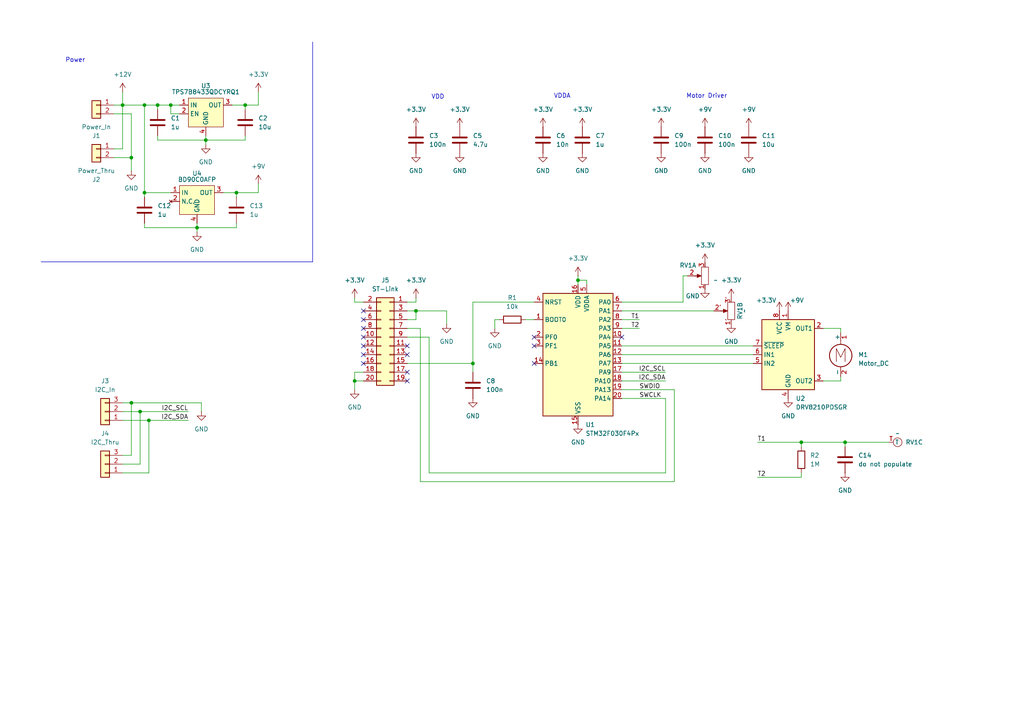
<source format=kicad_sch>
(kicad_sch (version 20231120) (generator "eeschema") (generator_version "8.0")
  (paper "A4")
  (title_block (title "Fader Breakout Board") (date "2024-09-19") (rev "1"))
  (lib_symbols
    (symbol "Connector_Generic:Conn_01x02" (pin_names (offset 1.016) hide)
      (property "Reference" "J" (at 0 2.54 0))
      (property "Value" "Conn_01x02" (at 0 -5.08 0))
      (symbol "Conn_01x02_1_1"
        (rectangle (start -1.27 -2.413) (end 0 -2.667) (stroke (width 0.1524)))
        (rectangle (start -1.27 0.127) (end 0 -0.127) (stroke (width 0.1524)))
        (rectangle (start -1.27 1.27) (end 1.27 -3.81) (stroke (width 0.254)) (fill (type background)))
        (pin passive line (at -5.08 0 0) (length 3.81) (name "Pin_1") (number "1"))
        (pin passive line (at -5.08 -2.54 0) (length 3.81) (name "Pin_2") (number "2"))
      )
    )
    (symbol "Connector_Generic:Conn_01x03" (pin_names (offset 1.016) hide)
      (property "Reference" "J" (at 0 5.08 0))
      (property "Value" "Conn_01x03" (at 0 -5.08 0))
      (symbol "Conn_01x03_1_1"
        (rectangle (start -1.27 -2.413) (end 0 -2.667) (stroke (width 0.1524)))
        (rectangle (start -1.27 0.127) (end 0 -0.127) (stroke (width 0.1524)))
        (rectangle (start -1.27 2.667) (end 0 2.413) (stroke (width 0.1524)))
        (rectangle (start -1.27 3.81) (end 1.27 -3.81) (stroke (width 0.254)) (fill (type background)))
        (pin passive line (at -5.08 2.54 0) (length 3.81) (name "Pin_1") (number "1"))
        (pin passive line (at -5.08 0 0) (length 3.81) (name "Pin_2") (number "2"))
        (pin passive line (at -5.08 -2.54 0) (length 3.81) (name "Pin_3") (number "3"))
      )
    )
    (symbol "Connector_Generic:Conn_02x10_Odd_Even" (pin_names (offset 1.016) hide)
      (property "Reference" "J" (at 1.27 12.7 0))
      (property "Value" "Conn_02x10_Odd_Even" (at 1.27 -15.24 0))
      (symbol "Conn_02x10_Odd_Even_1_1"
        (rectangle (start -1.27 -12.573) (end 0 -12.827) (stroke (width 0.1524)))
        (rectangle (start -1.27 -10.033) (end 0 -10.287) (stroke (width 0.1524)))
        (rectangle (start -1.27 -7.493) (end 0 -7.747) (stroke (width 0.1524)))
        (rectangle (start -1.27 -4.953) (end 0 -5.207) (stroke (width 0.1524)))
        (rectangle (start -1.27 -2.413) (end 0 -2.667) (stroke (width 0.1524)))
        (rectangle (start -1.27 0.127) (end 0 -0.127) (stroke (width 0.1524)))
        (rectangle (start -1.27 2.667) (end 0 2.413) (stroke (width 0.1524)))
        (rectangle (start -1.27 5.207) (end 0 4.953) (stroke (width 0.1524)))
        (rectangle (start -1.27 7.747) (end 0 7.493) (stroke (width 0.1524)))
        (rectangle (start -1.27 10.287) (end 0 10.033) (stroke (width 0.1524)))
        (rectangle (start -1.27 11.43) (end 3.81 -13.97) (stroke (width 0.254)) (fill (type background)))
        (rectangle (start 3.81 -12.573) (end 2.54 -12.827) (stroke (width 0.1524)))
        (rectangle (start 3.81 -10.033) (end 2.54 -10.287) (stroke (width 0.1524)))
        (rectangle (start 3.81 -7.493) (end 2.54 -7.747) (stroke (width 0.1524)))
        (rectangle (start 3.81 -4.953) (end 2.54 -5.207) (stroke (width 0.1524)))
        (rectangle (start 3.81 -2.413) (end 2.54 -2.667) (stroke (width 0.1524)))
        (rectangle (start 3.81 0.127) (end 2.54 -0.127) (stroke (width 0.1524)))
        (rectangle (start 3.81 2.667) (end 2.54 2.413) (stroke (width 0.1524)))
        (rectangle (start 3.81 5.207) (end 2.54 4.953) (stroke (width 0.1524)))
        (rectangle (start 3.81 7.747) (end 2.54 7.493) (stroke (width 0.1524)))
        (rectangle (start 3.81 10.287) (end 2.54 10.033) (stroke (width 0.1524)))
        (pin passive line (at -5.08 10.16 0) (length 3.81) (name "Pin_1") (number "1"))
        (pin passive line (at 7.62 0 180) (length 3.81) (name "Pin_10") (number "10"))
        (pin passive line (at -5.08 -2.54 0) (length 3.81) (name "Pin_11") (number "11"))
        (pin passive line (at 7.62 -2.54 180) (length 3.81) (name "Pin_12") (number "12"))
        (pin passive line (at -5.08 -5.08 0) (length 3.81) (name "Pin_13") (number "13"))
        (pin passive line (at 7.62 -5.08 180) (length 3.81) (name "Pin_14") (number "14"))
        (pin passive line (at -5.08 -7.62 0) (length 3.81) (name "Pin_15") (number "15"))
        (pin passive line (at 7.62 -7.62 180) (length 3.81) (name "Pin_16") (number "16"))
        (pin passive line (at -5.08 -10.16 0) (length 3.81) (name "Pin_17") (number "17"))
        (pin passive line (at 7.62 -10.16 180) (length 3.81) (name "Pin_18") (number "18"))
        (pin passive line (at -5.08 -12.7 0) (length 3.81) (name "Pin_19") (number "19"))
        (pin passive line (at 7.62 10.16 180) (length 3.81) (name "Pin_2") (number "2"))
        (pin passive line (at 7.62 -12.7 180) (length 3.81) (name "Pin_20") (number "20"))
        (pin passive line (at -5.08 7.62 0) (length 3.81) (name "Pin_3") (number "3"))
        (pin passive line (at 7.62 7.62 180) (length 3.81) (name "Pin_4") (number "4"))
        (pin passive line (at -5.08 5.08 0) (length 3.81) (name "Pin_5") (number "5"))
        (pin passive line (at 7.62 5.08 180) (length 3.81) (name "Pin_6") (number "6"))
        (pin passive line (at -5.08 2.54 0) (length 3.81) (name "Pin_7") (number "7"))
        (pin passive line (at 7.62 2.54 180) (length 3.81) (name "Pin_8") (number "8"))
        (pin passive line (at -5.08 0 0) (length 3.81) (name "Pin_9") (number "9"))
      )
    )
    (symbol "Console:BD90C0AFP"
      (property "Reference" "U" (at -4.318 4.318 0))
      (symbol "BD90C0AFP_0_0"
        (pin power_in line (at -7.62 1.27 0) (length 2.54) (name "IN") (number "1"))
        (pin power_out line (at 7.62 1.27 180) (length 2.54) (name "OUT") (number "3"))
        (pin power_in line (at 0 -7.62 90) (length 2.54) (name "GND") (number "4"))
      )
      (symbol "BD90C0AFP_0_1"
        (rectangle (start -5.08 3.302) (end 5.08 -5.08) (fill (type background)))
      )
      (symbol "BD90C0AFP_1_0"
        (pin no_connect line (at -7.62 -1.27 0) (length 2.54) (name "N.C.") (number "2"))
      )
    )
    (symbol "Console:Fader_w/o_Motor"
      (property "Reference" "RV" (at 0 -2.54 0))
      (symbol "Fader_w/o_Motor_1_1"
        (rectangle (start -2.54 1.016) (end 2.54 -1.016))
        (polyline (pts (xy 0 2.794) (xy 0 2.032)))
        (polyline (pts (xy 0 3.048) (xy 0 2.032)))
        (polyline (pts (xy -0.508 2.286) (xy 0 1.016) (xy 0.508 2.286) (xy -0.508 2.286)) (fill (type color) (color 132 0 0 1)))
        (pin passive line (at -3.81 0 0) (length 1.27) (name "") (number "1"))
        (pin passive line (at 0 5.08 270) (length 2.54) (name "") (number "2"))
        (pin passive line (at 3.81 0 180) (length 1.27) (name "") (number "3"))
      )
      (symbol "Fader_w/o_Motor_2_1"
        (rectangle (start -2.54 1.016) (end 2.54 -1.016))
        (polyline (pts (xy 0 3.048) (xy 0 2.032)))
        (polyline (pts (xy -0.508 2.286) (xy 0 1.016) (xy 0.508 2.286) (xy -0.508 2.286)) (fill (type color) (color 132 0 0 1)))
        (pin passive line (at -3.81 0 0) (length 1.27) (name "") (number "1'"))
        (pin passive line (at 0 5.08 270) (length 2.54) (name "") (number "2'"))
        (pin passive line (at 3.81 0 180) (length 1.27) (name "") (number "3'"))
      )
      (symbol "Fader_w/o_Motor_3_1"
        (circle (center 0 0) (radius 1.27))
        (pin passive line (at -2.54 0 0) (length 1.27) (name "T") (number "T"))
      )
    )
    (symbol "Console:TPS7B8433QDCYRQ1"
      (property "Reference" "U" (at -4.064 4.318 0))
      (symbol "TPS7B8433QDCYRQ1_0_0"
        (pin power_in line (at -7.62 1.27 0) (length 2.54) (name "IN") (number "1"))
        (pin input line (at -7.62 -1.27 0) (length 2.54) (name "EN") (number "2"))
        (pin power_out line (at 7.62 1.27 180) (length 2.54) (name "OUT") (number "3"))
        (pin power_in line (at 0 -7.62 90) (length 2.54) (name "GND") (number "4"))
      )
      (symbol "TPS7B8433QDCYRQ1_0_1"
        (rectangle (start -5.08 3.302) (end 5.08 -5.08) (fill (type background)))
      )
    )
    (symbol "Device:C" (pin_numbers hide) (pin_names (offset 0.254))
      (property "Reference" "C" (at 0.635 2.54 0))
      (property "Value" "C" (at 0.635 -2.54 0))
      (symbol "C_0_1"
        (polyline (pts (xy -2.032 -0.762) (xy 2.032 -0.762)) (stroke (width 0.508)))
        (polyline (pts (xy -2.032 0.762) (xy 2.032 0.762)) (stroke (width 0.508)))
      )
      (symbol "C_1_1"
        (pin passive line (at 0 3.81 270) (length 2.794) (name "~") (number "1"))
        (pin passive line (at 0 -3.81 90) (length 2.794) (name "~") (number "2"))
      )
    )
    (symbol "Device:R" (pin_numbers hide) (pin_names (offset 0))
      (property "Reference" "R" (at 2.032 0 90))
      (property "Value" "R" (at 0 0 90))
      (symbol "R_0_1"
        (rectangle (start -1.016 -2.54) (end 1.016 2.54) (stroke (width 0.254)))
      )
      (symbol "R_1_1"
        (pin passive line (at 0 3.81 270) (length 1.27) (name "~") (number "1"))
        (pin passive line (at 0 -3.81 90) (length 1.27) (name "~") (number "2"))
      )
    )
    (symbol "Driver_Motor:DRV8212P"
      (property "Reference" "U" (at 6.35 11.43 0))
      (property "Value" "DRV8212P" (at -10.16 11.43 0))
      (symbol "DRV8212P_0_1"
        (rectangle (start -7.62 10.16) (end 7.62 -10.16) (stroke (width 0.254)) (fill (type background)))
      )
      (symbol "DRV8212P_1_1"
        (pin power_in line (at 0 12.7 270) (length 2.54) (name "VM") (number "1"))
        (pin output line (at 10.16 7.62 180) (length 2.54) (name "OUT1") (number "2"))
        (pin output line (at 10.16 -7.62 180) (length 2.54) (name "OUT2") (number "3"))
        (pin power_in line (at 0 -12.7 90) (length 2.54) (name "GND") (number "4"))
        (pin input line (at -10.16 -2.54 0) (length 2.54) (name "IN2") (number "5"))
        (pin input line (at -10.16 0 0) (length 2.54) (name "IN1") (number "6"))
        (pin input line (at -10.16 2.54 0) (length 2.54) (name "~{SLEEP}") (number "7"))
        (pin power_in line (at -2.54 12.7 270) (length 2.54) (name "VCC") (number "8"))
        (pin passive line (at 0 -12.7 90) (length 2.54) hide (name "GND") (number "9"))
      )
    )
    (symbol "MCU_ST_STM32F0:STM32F030F4Px"
      (property "Reference" "U" (at -10.16 19.05 0))
      (property "Value" "STM32F030F4Px" (at 5.08 19.05 0))
      (symbol "STM32F030F4Px_0_1"
        (rectangle (start -10.16 -17.78) (end 10.16 17.78) (stroke (width 0.254)) (fill (type background)))
      )
      (symbol "STM32F030F4Px_1_1"
        (pin input line (at -12.7 10.16 0) (length 2.54) (name "BOOT0") (number "1"))
        (pin bidirectional line (at 12.7 5.08 180) (length 2.54) (name "PA4") (number "10"))
        (pin bidirectional line (at 12.7 2.54 180) (length 2.54) (name "PA5") (number "11"))
        (pin bidirectional line (at 12.7 0 180) (length 2.54) (name "PA6") (number "12"))
        (pin bidirectional line (at 12.7 -2.54 180) (length 2.54) (name "PA7") (number "13"))
        (pin bidirectional line (at -12.7 -2.54 0) (length 2.54) (name "PB1") (number "14"))
        (pin power_in line (at 0 -20.32 90) (length 2.54) (name "VSS") (number "15"))
        (pin power_in line (at 0 20.32 270) (length 2.54) (name "VDD") (number "16"))
        (pin bidirectional line (at 12.7 -5.08 180) (length 2.54) (name "PA9") (number "17"))
        (pin bidirectional line (at 12.7 -7.62 180) (length 2.54) (name "PA10") (number "18"))
        (pin bidirectional line (at 12.7 -10.16 180) (length 2.54) (name "PA13") (number "19"))
        (pin bidirectional line (at -12.7 5.08 0) (length 2.54) (name "PF0") (number "2"))
        (pin bidirectional line (at 12.7 -12.7 180) (length 2.54) (name "PA14") (number "20"))
        (pin bidirectional line (at -12.7 2.54 0) (length 2.54) (name "PF1") (number "3"))
        (pin input line (at -12.7 15.24 0) (length 2.54) (name "NRST") (number "4"))
        (pin power_in line (at 2.54 20.32 270) (length 2.54) (name "VDDA") (number "5"))
        (pin bidirectional line (at 12.7 15.24 180) (length 2.54) (name "PA0") (number "6"))
        (pin bidirectional line (at 12.7 12.7 180) (length 2.54) (name "PA1") (number "7"))
        (pin bidirectional line (at 12.7 10.16 180) (length 2.54) (name "PA2") (number "8"))
        (pin bidirectional line (at 12.7 7.62 180) (length 2.54) (name "PA3") (number "9"))
      )
    )
    (symbol "Motor:Motor_DC" (pin_names (offset 0))
      (property "Reference" "M" (at 2.54 2.54 0))
      (property "Value" "Motor_DC" (at 2.54 -5.08 0))
      (symbol "Motor_DC_0_0"
        (polyline (pts (xy -1.27 -3.302) (xy -1.27 0.508) (xy 0 -2.032) (xy 1.27 0.508) (xy 1.27 -3.302)))
      )
      (symbol "Motor_DC_0_1"
        (circle (center 0 -1.524) (radius 3.2512) (stroke (width 0.254)))
        (polyline (pts (xy 0 -7.62) (xy 0 -7.112)))
        (polyline (pts (xy 0 -4.7752) (xy 0 -5.1816)))
        (polyline (pts (xy 0 1.7272) (xy 0 2.0828)))
        (polyline (pts (xy 0 2.032) (xy 0 2.54)))
      )
      (symbol "Motor_DC_1_1"
        (pin passive line (at 0 5.08 270) (length 2.54) (name "+") (number "1"))
        (pin passive line (at 0 -7.62 90) (length 2.54) (name "-") (number "2"))
      )
    )
    (symbol "power:+12V" (power) (pin_numbers hide) (pin_names (offset 0) hide)
      (property "Value" "+12V" (at 0 3.556 0))
      (symbol "+12V_0_1"
        (polyline (pts (xy -0.762 1.27) (xy 0 2.54)))
        (polyline (pts (xy 0 0) (xy 0 2.54)))
        (polyline (pts (xy 0 2.54) (xy 0.762 1.27)))
      )
      (symbol "+12V_1_1"
        (pin power_in line (at 0 0 90) (length 0) (name "~") (number "1"))
      )
    )
    (symbol "power:+3.3V" (power) (pin_numbers hide) (pin_names (offset 0) hide)
      (property "Value" "+3.3V" (at 0 3.556 0))
      (symbol "+3.3V_0_1"
        (polyline (pts (xy -0.762 1.27) (xy 0 2.54)))
        (polyline (pts (xy 0 0) (xy 0 2.54)))
        (polyline (pts (xy 0 2.54) (xy 0.762 1.27)))
      )
      (symbol "+3.3V_1_1"
        (pin power_in line (at 0 0 90) (length 0) (name "~") (number "1"))
      )
    )
    (symbol "power:+9V" (power) (pin_numbers hide) (pin_names (offset 0) hide)
      (property "Value" "+9V" (at 0 3.556 0))
      (symbol "+9V_0_1"
        (polyline (pts (xy -0.762 1.27) (xy 0 2.54)))
        (polyline (pts (xy 0 0) (xy 0 2.54)))
        (polyline (pts (xy 0 2.54) (xy 0.762 1.27)))
      )
      (symbol "+9V_1_1"
        (pin power_in line (at 0 0 90) (length 0) (name "~") (number "1"))
      )
    )
    (symbol "power:GND" (power) (pin_numbers hide) (pin_names (offset 0) hide)
      (property "Value" "GND" (at 0 -3.81 0))
      (symbol "GND_0_1"
        (polyline (pts (xy 0 0) (xy 0 -1.27) (xy 1.27 -1.27) (xy 0 -2.54) (xy -1.27 -1.27) (xy 0 -1.27)))
      )
      (symbol "GND_1_1"
        (pin power_in line (at 0 0 270) (length 0) (name "~") (number "1"))
      )
    )
  )
  (junction (at 245.11 128.27))
  (junction (at 35.56 30.48))
  (junction (at 68.58 55.88))
  (junction (at 49.53 30.48))
  (junction (at 38.1 116.84))
  (junction (at 40.64 119.38))
  (junction (at 38.1 45.72))
  (junction (at 43.18 121.92))
  (junction (at 59.69 40.64))
  (junction (at 102.87 110.49))
  (junction (at 71.12 30.48))
  (junction (at 45.72 30.48))
  (junction (at 41.91 30.48))
  (junction (at 167.64 81.28))
  (junction (at 57.15 66.04))
  (junction (at 41.91 55.88))
  (junction (at 232.41 128.27))
  (junction (at 137.16 105.41))
  (junction (at 120.65 90.17))
  (no_connect (at 118.11 110.49))
  (no_connect (at 154.94 105.41))
  (no_connect (at 105.41 100.33))
  (no_connect (at 105.41 92.71))
  (no_connect (at 105.41 105.41))
  (no_connect (at 154.94 97.79))
  (no_connect (at 105.41 90.17))
  (no_connect (at 180.34 97.79))
  (no_connect (at 118.11 102.87))
  (no_connect (at 118.11 100.33))
  (no_connect (at 118.11 107.95))
  (no_connect (at 105.41 97.79))
  (no_connect (at 154.94 100.33))
  (no_connect (at 105.41 95.25))
  (no_connect (at 105.41 102.87))
  (wire (pts (xy 129.54 90.17) (xy 120.65 90.17)))
  (wire (pts (xy 180.34 105.41) (xy 218.44 105.41)))
  (wire (pts (xy 45.72 39.37) (xy 45.72 40.64)))
  (wire (pts (xy 41.91 55.88) (xy 49.53 55.88)))
  (wire (pts (xy 41.91 64.77) (xy 41.91 66.04)))
  (wire (pts (xy 59.69 41.91) (xy 59.69 40.64)))
  (wire (pts (xy 49.53 30.48) (xy 52.07 30.48)))
  (wire (pts (xy 238.76 95.25) (xy 243.84 95.25)))
  (wire (pts (xy 232.41 128.27) (xy 245.11 128.27)))
  (wire (pts (xy 57.15 64.77) (xy 57.15 66.04)))
  (wire (pts (xy 71.12 30.48) (xy 71.12 31.75)))
  (wire (pts (xy 185.42 95.25) (xy 180.34 95.25)))
  (wire (pts (xy 41.91 30.48) (xy 41.91 55.88)))
  (wire (pts (xy 68.58 66.04) (xy 57.15 66.04)))
  (wire (pts (xy 118.11 105.41) (xy 137.16 105.41)))
  (wire (pts (xy 45.72 40.64) (xy 59.69 40.64)))
  (wire (pts (xy 57.15 66.04) (xy 57.15 67.31)))
  (polyline (pts (xy 90.678 75.946) (xy 90.678 12.192)))
  (wire (pts (xy 121.92 95.25) (xy 118.11 95.25)))
  (wire (pts (xy 33.02 43.18) (xy 35.56 43.18)))
  (polyline (pts (xy 11.938 75.946) (xy 90.678 75.946)))
  (wire (pts (xy 64.77 55.88) (xy 68.58 55.88)))
  (wire (pts (xy 102.87 107.95) (xy 105.41 107.95)))
  (wire (pts (xy 68.58 55.88) (xy 68.58 57.15)))
  (wire (pts (xy 38.1 116.84) (xy 38.1 132.08)))
  (wire (pts (xy 120.65 90.17) (xy 120.65 92.71)))
  (wire (pts (xy 137.16 107.95) (xy 137.16 105.41)))
  (wire (pts (xy 105.41 110.49) (xy 102.87 110.49)))
  (wire (pts (xy 243.84 110.49) (xy 238.76 110.49)))
  (wire (pts (xy 167.64 81.28) (xy 167.64 82.55)))
  (wire (pts (xy 124.46 137.16) (xy 124.46 97.79)))
  (wire (pts (xy 219.71 138.43) (xy 232.41 138.43)))
  (wire (pts (xy 35.56 121.92) (xy 43.18 121.92)))
  (wire (pts (xy 59.69 40.64) (xy 59.69 39.37)))
  (wire (pts (xy 120.65 86.36) (xy 120.65 87.63)))
  (wire (pts (xy 180.34 92.71) (xy 185.42 92.71)))
  (wire (pts (xy 35.56 43.18) (xy 35.56 30.48)))
  (wire (pts (xy 41.91 30.48) (xy 45.72 30.48)))
  (wire (pts (xy 180.34 100.33) (xy 218.44 100.33)))
  (wire (pts (xy 195.58 139.7) (xy 121.92 139.7)))
  (wire (pts (xy 232.41 129.54) (xy 232.41 128.27)))
  (wire (pts (xy 43.18 121.92) (xy 54.61 121.92)))
  (wire (pts (xy 180.34 107.95) (xy 193.04 107.95)))
  (wire (pts (xy 137.16 87.63) (xy 154.94 87.63)))
  (wire (pts (xy 167.64 80.01) (xy 167.64 81.28)))
  (wire (pts (xy 33.02 33.02) (xy 38.1 33.02)))
  (wire (pts (xy 180.34 110.49) (xy 193.04 110.49)))
  (wire (pts (xy 198.12 87.63) (xy 180.34 87.63)))
  (wire (pts (xy 52.07 33.02) (xy 49.53 33.02)))
  (wire (pts (xy 180.34 115.57) (xy 193.04 115.57)))
  (wire (pts (xy 35.56 30.48) (xy 41.91 30.48)))
  (wire (pts (xy 41.91 66.04) (xy 57.15 66.04)))
  (wire (pts (xy 35.56 116.84) (xy 38.1 116.84)))
  (wire (pts (xy 74.93 26.67) (xy 74.93 30.48)))
  (wire (pts (xy 195.58 113.03) (xy 195.58 139.7)))
  (wire (pts (xy 38.1 33.02) (xy 38.1 45.72)))
  (wire (pts (xy 71.12 30.48) (xy 67.31 30.48)))
  (wire (pts (xy 121.92 139.7) (xy 121.92 95.25)))
  (wire (pts (xy 193.04 115.57) (xy 193.04 137.16)))
  (wire (pts (xy 33.02 45.72) (xy 38.1 45.72)))
  (wire (pts (xy 124.46 97.79) (xy 118.11 97.79)))
  (wire (pts (xy 45.72 30.48) (xy 45.72 31.75)))
  (wire (pts (xy 245.11 129.54) (xy 245.11 128.27)))
  (wire (pts (xy 120.65 92.71) (xy 118.11 92.71)))
  (wire (pts (xy 243.84 109.22) (xy 243.84 110.49)))
  (wire (pts (xy 71.12 40.64) (xy 71.12 39.37)))
  (wire (pts (xy 105.41 87.63) (xy 102.87 87.63)))
  (wire (pts (xy 152.4 92.71) (xy 154.94 92.71)))
  (wire (pts (xy 170.18 81.28) (xy 170.18 82.55)))
  (wire (pts (xy 232.41 138.43) (xy 232.41 137.16)))
  (wire (pts (xy 38.1 132.08) (xy 35.56 132.08)))
  (wire (pts (xy 41.91 55.88) (xy 41.91 57.15)))
  (wire (pts (xy 193.04 137.16) (xy 124.46 137.16)))
  (wire (pts (xy 180.34 102.87) (xy 218.44 102.87)))
  (wire (pts (xy 40.64 134.62) (xy 35.56 134.62)))
  (wire (pts (xy 38.1 45.72) (xy 38.1 49.53)))
  (wire (pts (xy 198.12 80.01) (xy 198.12 87.63)))
  (wire (pts (xy 45.72 30.48) (xy 49.53 30.48)))
  (wire (pts (xy 40.64 119.38) (xy 40.64 134.62)))
  (wire (pts (xy 245.11 128.27) (xy 257.81 128.27)))
  (wire (pts (xy 143.51 92.71) (xy 144.78 92.71)))
  (wire (pts (xy 129.54 93.98) (xy 129.54 90.17)))
  (wire (pts (xy 102.87 113.03) (xy 102.87 110.49)))
  (wire (pts (xy 68.58 64.77) (xy 68.58 66.04)))
  (wire (pts (xy 180.34 113.03) (xy 195.58 113.03)))
  (wire (pts (xy 59.69 40.64) (xy 71.12 40.64)))
  (wire (pts (xy 243.84 95.25) (xy 243.84 96.52)))
  (wire (pts (xy 38.1 116.84) (xy 58.42 116.84)))
  (wire (pts (xy 49.53 33.02) (xy 49.53 30.48)))
  (wire (pts (xy 118.11 90.17) (xy 120.65 90.17)))
  (wire (pts (xy 137.16 105.41) (xy 137.16 87.63)))
  (wire (pts (xy 74.93 53.34) (xy 74.93 55.88)))
  (wire (pts (xy 102.87 110.49) (xy 102.87 107.95)))
  (wire (pts (xy 180.34 90.17) (xy 207.01 90.17)))
  (wire (pts (xy 35.56 26.67) (xy 35.56 30.48)))
  (wire (pts (xy 198.12 80.01) (xy 199.39 80.01)))
  (wire (pts (xy 68.58 55.88) (xy 74.93 55.88)))
  (wire (pts (xy 118.11 87.63) (xy 120.65 87.63)))
  (wire (pts (xy 74.93 30.48) (xy 71.12 30.48)))
  (wire (pts (xy 43.18 121.92) (xy 43.18 137.16)))
  (wire (pts (xy 102.87 86.36) (xy 102.87 87.63)))
  (wire (pts (xy 43.18 137.16) (xy 35.56 137.16)))
  (wire (pts (xy 143.51 95.25) (xy 143.51 92.71)))
  (wire (pts (xy 219.71 128.27) (xy 232.41 128.27)))
  (wire (pts (xy 33.02 30.48) (xy 35.56 30.48)))
  (wire (pts (xy 58.42 116.84) (xy 58.42 119.38)))
  (wire (pts (xy 35.56 119.38) (xy 40.64 119.38)))
  (wire (pts (xy 40.64 119.38) (xy 54.61 119.38)))
  (wire (pts (xy 167.64 81.28) (xy 170.18 81.28)))
  (text "VDDA" (at 163.068 27.94 0) (effects (font (size 1.27 1.27))))
  (text "Power" (at 21.844 17.526 0) (effects (font (size 1.27 1.27))))
  (text "Motor Driver\n" (at 204.978 27.94 0) (effects (font (size 1.27 1.27))))
  (text "VDD" (at 127 28.194 0) (effects (font (size 1.27 1.27))))
  (label "I2C_SDA" (at 54.61 121.92 180))
  (label "T2" (at 185.42 95.25 180))
  (label "SWDIO" (at 185.42 113.03 0))
  (label "I2C_SCL" (at 54.61 119.38 180))
  (label "I2C_SCL" (at 193.04 107.95 180))
  (label "T1" (at 219.71 128.27 0))
  (label "I2C_SDA" (at 193.04 110.49 180))
  (label "T2" (at 219.71 138.43 0))
  (label "SWCLK" (at 185.42 115.57 0))
  (label "T1" (at 185.42 92.71 180))
  (symbol (lib_id "power:+12V") (at 35.56 26.67 0) (unit 1)
    (property "Reference" "#PWR01" (effects (hide yes)))
    (property "Value" "+12V" (at 35.56 21.59 0))
    (property "Description" "Power symbol creates a global label with name \"+12V\"" (effects (hide yes)))
  )
  (symbol (lib_id "Device:C") (at 71.12 35.56 0) (unit 1)
    (property "Reference" "C2" (at 74.93 34.2899 0) (effects (justify left)))
    (property "Value" "10u" (at 74.93 36.8299 0) (effects (justify left)))
    (property "Footprint" "Capacitor_SMD:C_0805_2012Metric" (effects (hide yes)))
    (property "Description" "Unpolarized capacitor" (effects (hide yes)))
  )
  (symbol (lib_id "Motor:Motor_DC") (at 243.84 101.6 0) (unit 1)
    (property "Reference" "M1" (at 248.92 102.8699 0) (effects (justify left)))
    (property "Value" "Motor_DC" (at 248.92 105.4099 0) (effects (justify left)))
    (property "Footprint" "Connector_Wire:SolderWire-0.5sqmm_1x02_P4.8mm_D0.9mm_OD2.3mm" (effects (hide yes)))
    (property "Description" "DC Motor" (effects (hide yes)))
  )
  (symbol (lib_id "Driver_Motor:DRV8212P") (at 228.6 102.87 0) (unit 1)
    (property "Reference" "U2" (at 230.7941 115.57 0) (effects (justify left)))
    (property "Value" "DRV8210PDSGR" (at 230.7941 118.11 0) (effects (justify left)))
    (property "Footprint" "Package_SON:WSON-8-1EP_2x2mm_P0.5mm_EP0.9x1.6mm_ThermalVias" (effects (hide yes)))
    (property "Datasheet" "https://www.ti.com/lit/ds/symlink/drv8210p.pdf?ts=1726918979655&ref_url=https%253A%252F%252Fwww.mouser.hk%252FTexas-Instruments%252FMotor-Motion-Ignition-Controllers-Drivers%252FDRV3220-Q1-Series%252F_%252FN-1z0zls6Z41dumZ1y9c942" (effects (hide yes)))
    (property "Description" "Motor / Bewegung / Zündungscontroller und Treiber 12-V, 1-A H-bridge motor driver, PWM control with low power sleep mode 8-WSON -40 to 125" (effects (hide yes)))
  )
  (symbol (lib_id "MCU_ST_STM32F0:STM32F030F4Px") (at 167.64 102.87 0) (unit 1)
    (property "Reference" "U1" (at 169.8341 123.19 0) (effects (justify left)))
    (property "Value" "STM32F030F4Px" (at 169.8341 125.73 0) (effects (justify left)))
    (property "Footprint" "Package_SO:TSSOP-20_4.4x6.5mm_P0.65mm" (effects (hide yes)))
    (property "Datasheet" "https://www.st.com/resource/en/datasheet/stm32f030f4.pdf" (effects (hide yes)))
    (property "Description" "STMicroelectronics Arm Cortex-M0 MCU, 16KB flash, 4KB RAM, 48 MHz, 2.4-3.6V, 15 GPIO, TSSOP20" (effects (hide yes)))
  )
  (symbol (lib_id "Device:C") (at 191.77 40.64 0) (unit 1)
    (property "Reference" "C9" (at 195.58 39.3699 0) (effects (justify left)))
    (property "Value" "100n" (at 195.58 41.9099 0) (effects (justify left)))
    (property "Footprint" "Capacitor_SMD:C_0805_2012Metric" (effects (hide yes)))
    (property "Description" "Unpolarized capacitor" (effects (hide yes)))
  )
  (symbol (lib_id "Console:TPS7B8433QDCYRQ1") (at 59.69 31.75 0) (unit 1)
    (property "Reference" "U3" (at 59.69 24.892 0))
    (property "Value" "TPS7B8433QDCYRQ1" (at 59.69 26.67 0))
    (property "Footprint" "Package_TO_SOT_SMD:SOT-223" (effects (hide yes)))
    (property "Datasheet" "https://www.ti.com/lit/ds/symlink/tps7b84-q1.pdf?ts=1726938265963" (effects (hide yes)))
    (property "Description" "3.3V 150mA LDO" (effects (hide yes)))
  )
  (symbol (lib_id "power:GND") (at 59.69 41.91 0) (unit 1)
    (property "Reference" "#PWR03" (effects (hide yes)))
    (property "Value" "GND" (at 59.69 46.99 0))
    (property "Description" "Power symbol creates a global label with name \"GND\" , ground" (effects (hide yes)))
  )
  (symbol (lib_id "Console:Fader_w/o_Motor") (at 212.09 90.17 90) (unit 2)
    (property "Reference" "RV1" (at 214.63 90.17 0))
    (property "Value" "~" (at 215.9 90.17 0))
    (property "Footprint" "Console:Motorfader" (effects (hide yes)))
  )
  (symbol (lib_id "power:GND") (at 245.11 137.16 0) (unit 1)
    (property "Reference" "#PWR039" (effects (hide yes)))
    (property "Value" "GND" (at 245.11 142.24 0))
    (property "Description" "Power symbol creates a global label with name \"GND\" , ground" (effects (hide yes)))
  )
  (symbol (lib_id "Console:Fader_w/o_Motor") (at 260.35 128.27 0) (mirror x) (unit 3)
    (property "Reference" "RV1" (at 265.176 128.27 0))
    (property "Value" "~" (at 260.35 125.73 0))
    (property "Footprint" "Console:Motorfader" (effects (hide yes)))
  )
  (symbol (lib_id "power:+3.3V") (at 102.87 86.36 0) (unit 1)
    (property "Reference" "#PWR025" (effects (hide yes)))
    (property "Value" "+3.3V" (at 102.87 81.28 0))
    (property "Description" "Power symbol creates a global label with name \"+3.3V\"" (effects (hide yes)))
  )
  (symbol (lib_id "Device:C") (at 168.91 40.64 0) (unit 1)
    (property "Reference" "C7" (at 172.72 39.3699 0) (effects (justify left)))
    (property "Value" "1u" (at 172.72 41.9099 0) (effects (justify left)))
    (property "Footprint" "Capacitor_SMD:C_0805_2012Metric" (effects (hide yes)))
    (property "Description" "Unpolarized capacitor" (effects (hide yes)))
  )
  (symbol (lib_id "power:GND") (at 204.47 44.45 0) (unit 1)
    (property "Reference" "#PWR034" (effects (hide yes)))
    (property "Value" "GND" (at 204.47 49.53 0))
    (property "Description" "Power symbol creates a global label with name \"GND\" , ground" (effects (hide yes)))
  )
  (symbol (lib_id "power:GND") (at 137.16 115.57 0) (unit 1)
    (property "Reference" "#PWR022" (effects (hide yes)))
    (property "Value" "GND" (at 137.16 120.65 0))
    (property "Description" "Power symbol creates a global label with name \"GND\" , ground" (effects (hide yes)))
  )
  (symbol (lib_id "power:GND") (at 143.51 95.25 0) (unit 1)
    (property "Reference" "#PWR027" (effects (hide yes)))
    (property "Value" "GND" (at 143.51 100.33 0))
    (property "Description" "Power symbol creates a global label with name \"GND\" , ground" (effects (hide yes)))
  )
  (symbol (lib_id "power:+3.3V") (at 212.09 86.36 0) (unit 1)
    (property "Reference" "#PWR020" (effects (hide yes)))
    (property "Value" "+3.3V" (at 212.09 81.28 0))
    (property "Description" "Power symbol creates a global label with name \"+3.3V\"" (effects (hide yes)))
  )
  (symbol (lib_id "Console:Fader_w/o_Motor") (at 204.47 80.01 90) (unit 1)
    (property "Reference" "RV1" (at 197.104 76.962 90) (effects (justify right)))
    (property "Value" "~" (at 207.01 81.28 90) (effects (justify right)))
    (property "Footprint" "Console:Motorfader" (effects (hide yes)))
  )
  (symbol (lib_id "power:GND") (at 120.65 44.45 0) (unit 1)
    (property "Reference" "#PWR06" (effects (hide yes)))
    (property "Value" "GND" (at 120.65 49.53 0))
    (property "Description" "Power symbol creates a global label with name \"GND\" , ground" (effects (hide yes)))
  )
  (symbol (lib_id "power:+9V") (at 217.17 36.83 0) (unit 1)
    (property "Reference" "#PWR035" (effects (hide yes)))
    (property "Value" "+9V" (at 217.17 31.75 0))
    (property "Description" "Power symbol creates a global label with name \"+9V\"" (effects (hide yes)))
  )
  (symbol (lib_id "Device:C") (at 120.65 40.64 0) (unit 1)
    (property "Reference" "C3" (at 124.46 39.3699 0) (effects (justify left)))
    (property "Value" "100n" (at 124.46 41.9099 0) (effects (justify left)))
    (property "Footprint" "Capacitor_SMD:C_0805_2012Metric" (effects (hide yes)))
    (property "Description" "Unpolarized capacitor" (effects (hide yes)))
  )
  (symbol (lib_id "power:+3.3V") (at 74.93 26.67 0) (unit 1)
    (property "Reference" "#PWR04" (effects (hide yes)))
    (property "Value" "+3.3V" (at 74.93 21.59 0))
    (property "Description" "Power symbol creates a global label with name \"+3.3V\"" (effects (hide yes)))
  )
  (symbol (lib_id "power:+9V") (at 204.47 36.83 0) (unit 1)
    (property "Reference" "#PWR033" (effects (hide yes)))
    (property "Value" "+9V" (at 204.47 31.75 0))
    (property "Description" "Power symbol creates a global label with name \"+9V\"" (effects (hide yes)))
  )
  (symbol (lib_id "power:+3.3V") (at 191.77 36.83 0) (unit 1)
    (property "Reference" "#PWR029" (effects (hide yes)))
    (property "Value" "+3.3V" (at 191.77 31.75 0))
    (property "Description" "Power symbol creates a global label with name \"+3.3V\"" (effects (hide yes)))
  )
  (symbol (lib_id "Device:C") (at 157.48 40.64 0) (unit 1)
    (property "Reference" "C6" (at 161.29 39.3699 0) (effects (justify left)))
    (property "Value" "10n" (at 161.29 41.9099 0) (effects (justify left)))
    (property "Footprint" "Capacitor_SMD:C_0805_2012Metric" (effects (hide yes)))
    (property "Description" "Unpolarized capacitor" (effects (hide yes)))
  )
  (symbol (lib_id "Connector_Generic:Conn_01x03") (at 30.48 119.38 180) (unit 1)
    (property "Reference" "J3" (at 30.48 110.49 0))
    (property "Value" "I2C_In" (at 30.48 113.03 0))
    (property "Footprint" "Connector_PinHeader_2.54mm:PinHeader_1x03_P2.54mm_Vertical" (effects (hide yes)))
    (property "Description" "Generic connector, single row, 01x03, script generated (kicad-library-utils/schlib/autogen/connector/)" (effects (hide yes)))
  )
  (symbol (lib_id "Device:C") (at 41.91 60.96 0) (unit 1)
    (property "Reference" "C12" (at 45.72 59.6899 0) (effects (justify left)))
    (property "Value" "1u" (at 45.72 62.2299 0) (effects (justify left)))
    (property "Footprint" "Capacitor_SMD:C_0805_2012Metric" (effects (hide yes)))
    (property "Description" "Unpolarized capacitor" (effects (hide yes)))
  )
  (symbol (lib_id "Device:R") (at 232.41 133.35 180) (unit 1)
    (property "Reference" "R2" (at 234.95 132.0799 0) (effects (justify right)))
    (property "Value" "1M" (at 234.95 134.6199 0) (effects (justify right)))
    (property "Footprint" "Resistor_SMD:R_0805_2012Metric" (effects (hide yes)))
    (property "Description" "Resistor" (effects (hide yes)))
  )
  (symbol (lib_id "Connector_Generic:Conn_01x02") (at 27.94 43.18 0) (mirror y) (unit 1)
    (property "Reference" "J2" (at 27.94 52.07 0))
    (property "Value" "Power_Thru" (at 27.94 49.53 0))
    (property "Footprint" "Connector_PinHeader_2.54mm:PinHeader_1x02_P2.54mm_Vertical" (effects (hide yes)))
    (property "Description" "Generic connector, single row, 01x02, script generated (kicad-library-utils/schlib/autogen/connector/)" (effects (hide yes)))
  )
  (symbol (lib_id "Device:C") (at 45.72 35.56 0) (unit 1)
    (property "Reference" "C1" (at 49.53 34.2899 0) (effects (justify left)))
    (property "Value" "1u" (at 49.53 36.8299 0) (effects (justify left)))
    (property "Footprint" "Capacitor_SMD:C_0805_2012Metric" (effects (hide yes)))
    (property "Description" "Unpolarized capacitor" (effects (hide yes)))
  )
  (symbol (lib_id "power:GND") (at 133.35 44.45 0) (unit 1)
    (property "Reference" "#PWR010" (effects (hide yes)))
    (property "Value" "GND" (at 133.35 49.53 0))
    (property "Description" "Power symbol creates a global label with name \"GND\" , ground" (effects (hide yes)))
  )
  (symbol (lib_id "power:GND") (at 217.17 44.45 0) (unit 1)
    (property "Reference" "#PWR036" (effects (hide yes)))
    (property "Value" "GND" (at 217.17 49.53 0))
    (property "Description" "Power symbol creates a global label with name \"GND\" , ground" (effects (hide yes)))
  )
  (symbol (lib_id "power:+3.3V") (at 157.48 36.83 0) (unit 1)
    (property "Reference" "#PWR011" (effects (hide yes)))
    (property "Value" "+3.3V" (at 157.48 31.75 0))
    (property "Description" "Power symbol creates a global label with name \"+3.3V\"" (effects (hide yes)))
  )
  (symbol (lib_id "Device:C") (at 217.17 40.64 0) (unit 1)
    (property "Reference" "C11" (at 220.98 39.3699 0) (effects (justify left)))
    (property "Value" "10u" (at 220.98 41.9099 0) (effects (justify left)))
    (property "Footprint" "Capacitor_SMD:C_0805_2012Metric" (effects (hide yes)))
    (property "Description" "Unpolarized capacitor" (effects (hide yes)))
  )
  (symbol (lib_id "power:+3.3V") (at 120.65 86.36 0) (unit 1)
    (property "Reference" "#PWR026" (effects (hide yes)))
    (property "Value" "+3.3V" (at 120.65 81.28 0))
    (property "Description" "Power symbol creates a global label with name \"+3.3V\"" (effects (hide yes)))
  )
  (symbol (lib_id "power:+3.3V") (at 226.06 90.17 0) (unit 1)
    (property "Reference" "#PWR031" (effects (hide yes)))
    (property "Value" "+3.3V" (at 222.25 87.122 0))
    (property "Description" "Power symbol creates a global label with name \"+3.3V\"" (effects (hide yes)))
  )
  (symbol (lib_id "power:GND") (at 129.54 93.98 0) (unit 1)
    (property "Reference" "#PWR023" (effects (hide yes)))
    (property "Value" "GND" (at 129.54 99.06 0))
    (property "Description" "Power symbol creates a global label with name \"GND\" , ground" (effects (hide yes)))
  )
  (symbol (lib_id "power:GND") (at 102.87 113.03 0) (unit 1)
    (property "Reference" "#PWR024" (effects (hide yes)))
    (property "Value" "GND" (at 102.87 118.11 0))
    (property "Description" "Power symbol creates a global label with name \"GND\" , ground" (effects (hide yes)))
  )
  (symbol (lib_id "Device:R") (at 148.59 92.71 90) (unit 1)
    (property "Reference" "R1" (at 148.59 86.36 90))
    (property "Value" "10k" (at 148.59 88.9 90))
    (property "Footprint" "Resistor_SMD:R_0805_2012Metric" (effects (hide yes)))
    (property "Description" "Resistor" (effects (hide yes)))
  )
  (symbol (lib_id "power:+3.3V") (at 133.35 36.83 0) (unit 1)
    (property "Reference" "#PWR09" (effects (hide yes)))
    (property "Value" "+3.3V" (at 133.35 31.75 0))
    (property "Description" "Power symbol creates a global label with name \"+3.3V\"" (effects (hide yes)))
  )
  (symbol (lib_id "Device:C") (at 68.58 60.96 0) (unit 1)
    (property "Reference" "C13" (at 72.39 59.6899 0) (effects (justify left)))
    (property "Value" "1u" (at 72.39 62.2299 0) (effects (justify left)))
    (property "Footprint" "Capacitor_SMD:C_0805_2012Metric" (effects (hide yes)))
    (property "Description" "Unpolarized capacitor" (effects (hide yes)))
  )
  (symbol (lib_id "Device:C") (at 204.47 40.64 0) (unit 1)
    (property "Reference" "C10" (at 208.28 39.3699 0) (effects (justify left)))
    (property "Value" "100n" (at 208.28 41.9099 0) (effects (justify left)))
    (property "Footprint" "Capacitor_SMD:C_0805_2012Metric" (effects (hide yes)))
    (property "Description" "Unpolarized capacitor" (effects (hide yes)))
  )
  (symbol (lib_id "Device:C") (at 137.16 111.76 0) (unit 1)
    (property "Reference" "C8" (at 140.97 110.4899 0) (effects (justify left)))
    (property "Value" "100n" (at 140.97 113.0299 0) (effects (justify left)))
    (property "Footprint" "Capacitor_SMD:C_0805_2012Metric" (effects (hide yes)))
    (property "Description" "Unpolarized capacitor" (effects (hide yes)))
  )
  (symbol (lib_id "Console:BD90C0AFP") (at 57.15 57.15 0) (unit 1)
    (property "Reference" "U4" (at 57.15 50.292 0))
    (property "Value" "BD90C0AFP" (at 57.15 52.07 0))
    (property "Footprint" "Package_TO_SOT_SMD:TO-252-3_TabPin4" (effects (hide yes)))
    (property "Datasheet" "https://fscdn.rohm.com/en/products/databook/datasheet/ic/power/linear_regulator/bdxxc0axxxx-c-e.pdf" (effects (hide yes)))
    (property "Description" "9V 1A LDO" (effects (hide yes)))
  )
  (symbol (lib_id "power:GND") (at 212.09 93.98 0) (unit 1)
    (property "Reference" "#PWR021" (effects (hide yes)))
    (property "Value" "GND" (at 212.09 99.06 0))
    (property "Description" "Power symbol creates a global label with name \"GND\" , ground" (effects (hide yes)))
  )
  (symbol (lib_id "Device:C") (at 133.35 40.64 0) (unit 1)
    (property "Reference" "C5" (at 137.16 39.3699 0) (effects (justify left)))
    (property "Value" "4.7u" (at 137.16 41.9099 0) (effects (justify left)))
    (property "Footprint" "Capacitor_SMD:C_0805_2012Metric" (effects (hide yes)))
    (property "Description" "Unpolarized capacitor" (effects (hide yes)))
  )
  (symbol (lib_id "power:GND") (at 57.15 67.31 0) (unit 1)
    (property "Reference" "#PWR037" (effects (hide yes)))
    (property "Value" "GND" (at 57.15 72.39 0))
    (property "Description" "Power symbol creates a global label with name \"GND\" , ground" (effects (hide yes)))
  )
  (symbol (lib_id "power:GND") (at 204.47 83.82 0) (unit 1)
    (property "Reference" "#PWR017" (effects (hide yes)))
    (property "Value" "GND" (at 200.914 85.852 0))
    (property "Description" "Power symbol creates a global label with name \"GND\" , ground" (effects (hide yes)))
  )
  (symbol (lib_id "power:GND") (at 58.42 119.38 0) (unit 1)
    (property "Reference" "#PWR028" (effects (hide yes)))
    (property "Value" "GND" (at 58.42 124.46 0))
    (property "Description" "Power symbol creates a global label with name \"GND\" , ground" (effects (hide yes)))
  )
  (symbol (lib_id "power:GND") (at 157.48 44.45 0) (unit 1)
    (property "Reference" "#PWR012" (effects (hide yes)))
    (property "Value" "GND" (at 157.48 49.53 0))
    (property "Description" "Power symbol creates a global label with name \"GND\" , ground" (effects (hide yes)))
  )
  (symbol (lib_id "power:GND") (at 191.77 44.45 0) (unit 1)
    (property "Reference" "#PWR030" (effects (hide yes)))
    (property "Value" "GND" (at 191.77 49.53 0))
    (property "Description" "Power symbol creates a global label with name \"GND\" , ground" (effects (hide yes)))
  )
  (symbol (lib_id "Connector_Generic:Conn_01x03") (at 30.48 134.62 180) (unit 1)
    (property "Reference" "J4" (at 30.48 125.73 0))
    (property "Value" "I2C_Thru" (at 30.48 128.27 0))
    (property "Footprint" "Connector_PinHeader_2.54mm:PinHeader_1x03_P2.54mm_Vertical" (effects (hide yes)))
    (property "Description" "Generic connector, single row, 01x03, script generated (kicad-library-utils/schlib/autogen/connector/)" (effects (hide yes)))
  )
  (symbol (lib_id "power:+9V") (at 74.93 53.34 0) (unit 1)
    (property "Reference" "#PWR038" (effects (hide yes)))
    (property "Value" "+9V" (at 74.93 48.26 0))
    (property "Description" "Power symbol creates a global label with name \"+9V\"" (effects (hide yes)))
  )
  (symbol (lib_id "power:GND") (at 38.1 49.53 0) (unit 1)
    (property "Reference" "#PWR02" (effects (hide yes)))
    (property "Value" "GND" (at 38.1 54.61 0))
    (property "Description" "Power symbol creates a global label with name \"GND\" , ground" (effects (hide yes)))
  )
  (symbol (lib_id "power:+3.3V") (at 120.65 36.83 0) (unit 1)
    (property "Reference" "#PWR05" (effects (hide yes)))
    (property "Value" "+3.3V" (at 120.65 31.75 0))
    (property "Description" "Power symbol creates a global label with name \"+3.3V\"" (effects (hide yes)))
  )
  (symbol (lib_id "power:+3.3V") (at 168.91 36.83 0) (unit 1)
    (property "Reference" "#PWR013" (effects (hide yes)))
    (property "Value" "+3.3V" (at 168.91 31.75 0))
    (property "Description" "Power symbol creates a global label with name \"+3.3V\"" (effects (hide yes)))
  )
  (symbol (lib_id "Connector_Generic:Conn_02x10_Odd_Even") (at 113.03 97.79 0) (mirror y) (unit 1)
    (property "Reference" "J5" (at 111.76 81.28 0))
    (property "Value" "ST-Link" (at 111.76 83.82 0))
    (property "Footprint" "Connector_PinHeader_2.54mm:PinHeader_2x10_P2.54mm_Vertical" (effects (hide yes)))
    (property "Description" "Generic connector, double row, 02x10, odd/even pin numbering scheme (row 1 odd numbers, row 2 even numbers), script generated (kicad-library-utils/schlib/autogen/connector/)" (effects (hide yes)))
  )
  (symbol (lib_id "power:GND") (at 167.64 123.19 0) (unit 1)
    (property "Reference" "#PWR015" (effects (hide yes)))
    (property "Value" "GND" (at 167.64 128.27 0))
    (property "Description" "Power symbol creates a global label with name \"GND\" , ground" (effects (hide yes)))
  )
  (symbol (lib_id "power:+3.3V") (at 167.64 80.01 0) (unit 1)
    (property "Reference" "#PWR016" (effects (hide yes)))
    (property "Value" "+3.3V" (at 167.64 74.93 0))
    (property "Description" "Power symbol creates a global label with name \"+3.3V\"" (effects (hide yes)))
  )
  (symbol (lib_id "power:GND") (at 228.6 115.57 0) (unit 1)
    (property "Reference" "#PWR019" (effects (hide yes)))
    (property "Value" "GND" (at 228.6 120.65 0))
    (property "Description" "Power symbol creates a global label with name \"GND\" , ground" (effects (hide yes)))
  )
  (symbol (lib_id "Connector_Generic:Conn_01x02") (at 27.94 30.48 0) (mirror y) (unit 1)
    (property "Reference" "J1" (at 27.94 39.37 0))
    (property "Value" "Power_In" (at 27.94 36.83 0))
    (property "Footprint" "Connector_PinHeader_2.54mm:PinHeader_1x02_P2.54mm_Vertical" (effects (hide yes)))
    (property "Description" "Generic connector, single row, 01x02, script generated (kicad-library-utils/schlib/autogen/connector/)" (effects (hide yes)))
  )
  (symbol (lib_id "power:+9V") (at 228.6 90.17 0) (unit 1)
    (property "Reference" "#PWR032" (effects (hide yes)))
    (property "Value" "+9V" (at 231.14 87.122 0))
    (property "Description" "Power symbol creates a global label with name \"+9V\"" (effects (hide yes)))
  )
  (symbol (lib_id "Device:C") (at 245.11 133.35 0) (unit 1)
    (property "Reference" "C14" (at 248.92 132.0799 0) (effects (justify left)))
    (property "Value" "do not populate" (at 248.92 134.6199 0) (effects (justify left)))
    (property "Footprint" "Capacitor_SMD:C_0805_2012Metric" (effects (hide yes)))
    (property "Description" "Unpolarized capacitor" (effects (hide yes)))
  )
  (symbol (lib_id "power:GND") (at 168.91 44.45 0) (unit 1)
    (property "Reference" "#PWR014" (effects (hide yes)))
    (property "Value" "GND" (at 168.91 49.53 0))
    (property "Description" "Power symbol creates a global label with name \"GND\" , ground" (effects (hide yes)))
  )
  (symbol (lib_id "power:+3.3V") (at 204.47 76.2 0) (unit 1)
    (property "Reference" "#PWR018" (effects (hide yes)))
    (property "Value" "+3.3V" (at 204.47 71.12 0))
    (property "Description" "Power symbol creates a global label with name \"+3.3V\"" (effects (hide yes)))
  )
)
</source>
